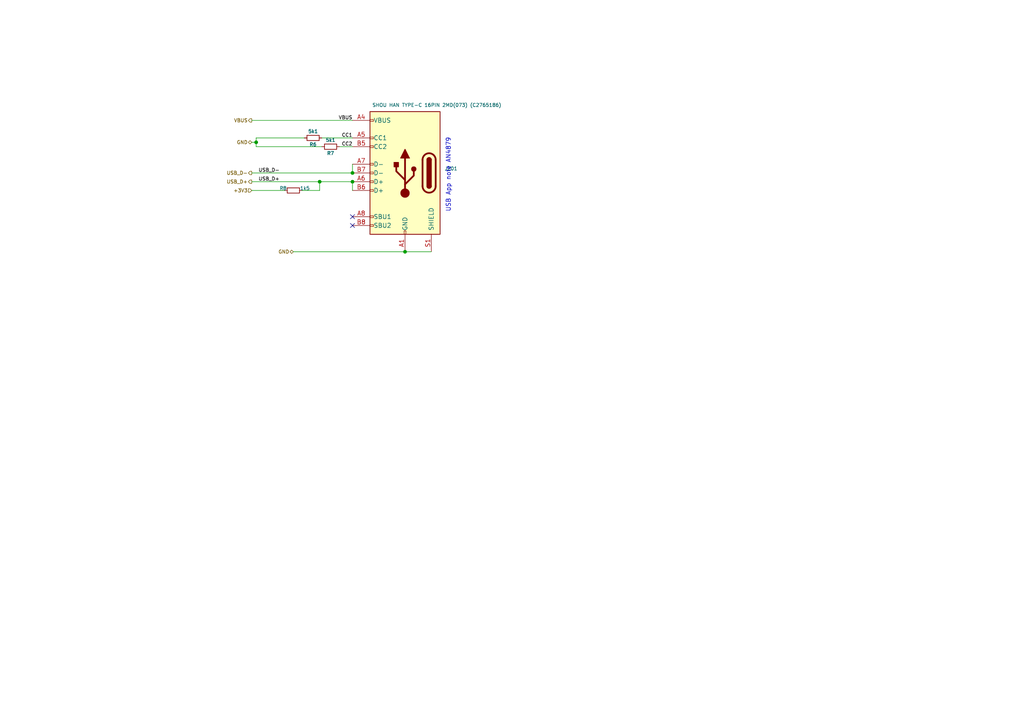
<source format=kicad_sch>
(kicad_sch (version 20230121) (generator eeschema)

  (uuid 1782474f-9247-420a-9fa2-af8d45f14009)

  (paper "A4")

  (title_block
    (title "STM32F4 Uno")
    (date "2023-10-02")
    (rev "1.0.0")
    (company "easy-smart solution GmbH")
  )

  (lib_symbols
    (symbol "#Connector:SHOU HAN TYPE-C 16PIN 2MD(073)" (pin_names (offset 1.016)) (in_bom yes) (on_board yes)
      (property "Reference" "J1" (at -11.43 1.2701 0)
        (effects (font (size 1.27 1.27)) (justify right))
      )
      (property "Value" "SHOU HAN TYPE-C 16PIN 2MD(073)" (at -11.43 -1.2699 0)
        (effects (font (size 1.27 1.27)) (justify right))
      )
      (property "Footprint" "#Connector:SHOU HAN TYPE-C 16PIN 2MD(073)" (at 0.508 -32.512 0)
        (effects (font (size 1.27 1.27)) hide)
      )
      (property "Datasheet" "${KIPRJMOD}/KiCad-Lib/#Connector.doc/SHOU HAN TYPE-C 16PIN 2MD(073).pdf" (at -1.524 -30.226 0)
        (effects (font (size 1.27 1.27)) hide)
      )
      (property "Description" "5A 1 Surface Mount 16P Female -25℃~+85℃ Type-C SMD USB Connectors ROHS" (at 0 -38.1 0)
        (effects (font (size 1.27 1.27)) hide)
      )
      (property "Manufacturer" "SHOU HAN" (at 0 -40.64 0)
        (effects (font (size 1.27 1.27)) hide)
      )
      (property "Partnumber" "TYPE-C 16PIN 2MD(073)" (at 0 -43.18 0)
        (effects (font (size 1.27 1.27)) hide)
      )
      (property "JLCPCB Part #" "C2765186" (at 0 -35.56 0) (show_name)
        (effects (font (size 1.27 1.27)) hide)
      )
      (property "isBasicPart" "NO" (at 0 -45.72 0) (show_name)
        (effects (font (size 1.27 1.27)) hide)
      )
      (property "ki_keywords" "usb universal serial bus type-C USB2.0" (at 0 0 0)
        (effects (font (size 1.27 1.27)) hide)
      )
      (property "ki_description" "USB 2.0-only Type-C Receptacle connector" (at 0 0 0)
        (effects (font (size 1.27 1.27)) hide)
      )
      (property "ki_fp_filters" "USB*C*Receptacle*" (at 0 0 0)
        (effects (font (size 1.27 1.27)) hide)
      )
      (symbol "SHOU HAN TYPE-C 16PIN 2MD(073)_0_0"
        (rectangle (start -0.254 -17.78) (end 0.254 -16.764)
          (stroke (width 0) (type default))
          (fill (type none))
        )
        (rectangle (start 10.16 -14.986) (end 9.144 -15.494)
          (stroke (width 0) (type default))
          (fill (type none))
        )
        (rectangle (start 10.16 -12.446) (end 9.144 -12.954)
          (stroke (width 0) (type default))
          (fill (type none))
        )
        (rectangle (start 10.16 -4.826) (end 9.144 -5.334)
          (stroke (width 0) (type default))
          (fill (type none))
        )
        (rectangle (start 10.16 -2.286) (end 9.144 -2.794)
          (stroke (width 0) (type default))
          (fill (type none))
        )
        (rectangle (start 10.16 0.254) (end 9.144 -0.254)
          (stroke (width 0) (type default))
          (fill (type none))
        )
        (rectangle (start 10.16 2.794) (end 9.144 2.286)
          (stroke (width 0) (type default))
          (fill (type none))
        )
        (rectangle (start 10.16 7.874) (end 9.144 7.366)
          (stroke (width 0) (type default))
          (fill (type none))
        )
        (rectangle (start 10.16 10.414) (end 9.144 9.906)
          (stroke (width 0) (type default))
          (fill (type none))
        )
        (rectangle (start 10.16 15.494) (end 9.144 14.986)
          (stroke (width 0) (type default))
          (fill (type none))
        )
      )
      (symbol "SHOU HAN TYPE-C 16PIN 2MD(073)_0_1"
        (rectangle (start -10.16 17.78) (end 10.16 -17.78)
          (stroke (width 0.254) (type default))
          (fill (type background))
        )
        (arc (start -8.89 -3.81) (mid -6.985 -5.7067) (end -5.08 -3.81)
          (stroke (width 0.508) (type default))
          (fill (type none))
        )
        (arc (start -7.62 -3.81) (mid -6.985 -4.4423) (end -6.35 -3.81)
          (stroke (width 0.254) (type default))
          (fill (type none))
        )
        (arc (start -7.62 -3.81) (mid -6.985 -4.4423) (end -6.35 -3.81)
          (stroke (width 0.254) (type default))
          (fill (type outline))
        )
        (rectangle (start -7.62 -3.81) (end -6.35 3.81)
          (stroke (width 0.254) (type default))
          (fill (type outline))
        )
        (arc (start -6.35 3.81) (mid -6.985 4.4423) (end -7.62 3.81)
          (stroke (width 0.254) (type default))
          (fill (type none))
        )
        (arc (start -6.35 3.81) (mid -6.985 4.4423) (end -7.62 3.81)
          (stroke (width 0.254) (type default))
          (fill (type outline))
        )
        (arc (start -5.08 3.81) (mid -6.985 5.7067) (end -8.89 3.81)
          (stroke (width 0.508) (type default))
          (fill (type none))
        )
        (circle (center -2.54 1.143) (radius 0.635)
          (stroke (width 0.254) (type default))
          (fill (type outline))
        )
        (circle (center 0 -5.842) (radius 1.27)
          (stroke (width 0) (type default))
          (fill (type outline))
        )
        (polyline
          (pts
            (xy -8.89 -3.81)
            (xy -8.89 3.81)
          )
          (stroke (width 0.508) (type default))
          (fill (type none))
        )
        (polyline
          (pts
            (xy -5.08 3.81)
            (xy -5.08 -3.81)
          )
          (stroke (width 0.508) (type default))
          (fill (type none))
        )
        (polyline
          (pts
            (xy 0 -5.842)
            (xy 0 4.318)
          )
          (stroke (width 0.508) (type default))
          (fill (type none))
        )
        (polyline
          (pts
            (xy 0 -3.302)
            (xy -2.54 -0.762)
            (xy -2.54 0.508)
          )
          (stroke (width 0.508) (type default))
          (fill (type none))
        )
        (polyline
          (pts
            (xy 0 -2.032)
            (xy 2.54 0.508)
            (xy 2.54 1.778)
          )
          (stroke (width 0.508) (type default))
          (fill (type none))
        )
        (polyline
          (pts
            (xy -1.27 4.318)
            (xy 0 6.858)
            (xy 1.27 4.318)
            (xy -1.27 4.318)
          )
          (stroke (width 0.254) (type default))
          (fill (type outline))
        )
        (rectangle (start 1.905 1.778) (end 3.175 3.048)
          (stroke (width 0.254) (type default))
          (fill (type outline))
        )
      )
      (symbol "SHOU HAN TYPE-C 16PIN 2MD(073)_1_1"
        (pin passive line (at 0 -22.86 90) (length 5.08)
          (name "GND" (effects (font (size 1.27 1.27))))
          (number "A1" (effects (font (size 1.27 1.27))))
        )
        (pin passive line (at 0 -22.86 90) (length 5.08) hide
          (name "GND" (effects (font (size 1.27 1.27))))
          (number "A12" (effects (font (size 1.27 1.27))))
        )
        (pin passive line (at 15.24 15.24 180) (length 5.08)
          (name "VBUS" (effects (font (size 1.27 1.27))))
          (number "A4" (effects (font (size 1.27 1.27))))
        )
        (pin bidirectional line (at 15.24 10.16 180) (length 5.08)
          (name "CC1" (effects (font (size 1.27 1.27))))
          (number "A5" (effects (font (size 1.27 1.27))))
        )
        (pin bidirectional line (at 15.24 -2.54 180) (length 5.08)
          (name "D+" (effects (font (size 1.27 1.27))))
          (number "A6" (effects (font (size 1.27 1.27))))
        )
        (pin bidirectional line (at 15.24 2.54 180) (length 5.08)
          (name "D-" (effects (font (size 1.27 1.27))))
          (number "A7" (effects (font (size 1.27 1.27))))
        )
        (pin bidirectional line (at 15.24 -12.7 180) (length 5.08)
          (name "SBU1" (effects (font (size 1.27 1.27))))
          (number "A8" (effects (font (size 1.27 1.27))))
        )
        (pin passive line (at 15.24 15.24 180) (length 5.08) hide
          (name "VBUS" (effects (font (size 1.27 1.27))))
          (number "A9" (effects (font (size 1.27 1.27))))
        )
        (pin passive line (at 0 -22.86 90) (length 5.08) hide
          (name "GND" (effects (font (size 1.27 1.27))))
          (number "B1" (effects (font (size 1.27 1.27))))
        )
        (pin passive line (at 0 -22.86 90) (length 5.08) hide
          (name "GND" (effects (font (size 1.27 1.27))))
          (number "B12" (effects (font (size 1.27 1.27))))
        )
        (pin passive line (at 15.24 15.24 180) (length 5.08) hide
          (name "VBUS" (effects (font (size 1.27 1.27))))
          (number "B4" (effects (font (size 1.27 1.27))))
        )
        (pin bidirectional line (at 15.24 7.62 180) (length 5.08)
          (name "CC2" (effects (font (size 1.27 1.27))))
          (number "B5" (effects (font (size 1.27 1.27))))
        )
        (pin bidirectional line (at 15.24 -5.08 180) (length 5.08)
          (name "D+" (effects (font (size 1.27 1.27))))
          (number "B6" (effects (font (size 1.27 1.27))))
        )
        (pin bidirectional line (at 15.24 0 180) (length 5.08)
          (name "D-" (effects (font (size 1.27 1.27))))
          (number "B7" (effects (font (size 1.27 1.27))))
        )
        (pin bidirectional line (at 15.24 -15.24 180) (length 5.08)
          (name "SBU2" (effects (font (size 1.27 1.27))))
          (number "B8" (effects (font (size 1.27 1.27))))
        )
        (pin passive line (at 15.24 15.24 180) (length 5.08) hide
          (name "VBUS" (effects (font (size 1.27 1.27))))
          (number "B9" (effects (font (size 1.27 1.27))))
        )
        (pin passive line (at -7.62 -22.86 90) (length 5.08)
          (name "SHIELD" (effects (font (size 1.27 1.27))))
          (number "S1" (effects (font (size 1.27 1.27))))
        )
      )
    )
    (symbol "Device:R_Small" (pin_numbers hide) (pin_names (offset 0.254) hide) (in_bom yes) (on_board yes)
      (property "Reference" "R" (at 0.762 0.508 0)
        (effects (font (size 1.27 1.27)) (justify left))
      )
      (property "Value" "R_Small" (at 0.762 -1.016 0)
        (effects (font (size 1.27 1.27)) (justify left))
      )
      (property "Footprint" "" (at 0 0 0)
        (effects (font (size 1.27 1.27)) hide)
      )
      (property "Datasheet" "~" (at 0 0 0)
        (effects (font (size 1.27 1.27)) hide)
      )
      (property "ki_keywords" "R resistor" (at 0 0 0)
        (effects (font (size 1.27 1.27)) hide)
      )
      (property "ki_description" "Resistor, small symbol" (at 0 0 0)
        (effects (font (size 1.27 1.27)) hide)
      )
      (property "ki_fp_filters" "R_*" (at 0 0 0)
        (effects (font (size 1.27 1.27)) hide)
      )
      (symbol "R_Small_0_1"
        (rectangle (start -0.762 1.778) (end 0.762 -1.778)
          (stroke (width 0.2032) (type default))
          (fill (type none))
        )
      )
      (symbol "R_Small_1_1"
        (pin passive line (at 0 2.54 270) (length 0.762)
          (name "~" (effects (font (size 1.27 1.27))))
          (number "1" (effects (font (size 1.27 1.27))))
        )
        (pin passive line (at 0 -2.54 90) (length 0.762)
          (name "~" (effects (font (size 1.27 1.27))))
          (number "2" (effects (font (size 1.27 1.27))))
        )
      )
    )
  )

  (junction (at 74.295 41.275) (diameter 0) (color 0 0 0 0)
    (uuid 5b0079c4-8331-46b4-8560-67fbf5fa73a3)
  )
  (junction (at 92.71 52.705) (diameter 0) (color 0 0 0 0)
    (uuid 8338dbf5-b8fb-4712-a9db-22fe380216b4)
  )
  (junction (at 117.475 73.025) (diameter 0) (color 0 0 0 0)
    (uuid cc613bd8-ea4a-447c-ab8a-8defeabeed88)
  )
  (junction (at 102.235 52.705) (diameter 0) (color 0 0 0 0)
    (uuid e3d3455f-0f29-4c40-af4c-957c54ab2695)
  )
  (junction (at 102.235 50.165) (diameter 0) (color 0 0 0 0)
    (uuid e4dd09ac-9536-4ed1-9d0c-333d9352fd2f)
  )

  (no_connect (at 102.235 62.865) (uuid 46cb5019-07e0-45f3-9f19-01966e16c3fc))
  (no_connect (at 102.235 65.405) (uuid cdc1b952-2543-4586-9280-36ddebcab03e))

  (wire (pts (xy 93.345 42.545) (xy 74.295 42.545))
    (stroke (width 0) (type default))
    (uuid 197148b2-fb3d-41fa-8ff3-30e34af1c4f0)
  )
  (wire (pts (xy 73.025 34.925) (xy 102.235 34.925))
    (stroke (width 0) (type default))
    (uuid 27c80a2a-3681-4475-b283-322a7369f400)
  )
  (wire (pts (xy 74.295 40.005) (xy 74.295 41.275))
    (stroke (width 0) (type default))
    (uuid 458966e5-f035-4907-9bbb-e6e02f7c2e3a)
  )
  (wire (pts (xy 73.025 50.165) (xy 102.235 50.165))
    (stroke (width 0) (type default))
    (uuid 4b4a7228-f982-4f52-b350-c865391fa1d0)
  )
  (wire (pts (xy 87.63 55.245) (xy 92.71 55.245))
    (stroke (width 0) (type default))
    (uuid 5122ae67-c165-4107-b0d2-ba33af2da158)
  )
  (wire (pts (xy 92.71 55.245) (xy 92.71 52.705))
    (stroke (width 0) (type default))
    (uuid 5849560c-dfcc-4ff3-992a-8f9391671bfb)
  )
  (wire (pts (xy 117.475 73.025) (xy 125.095 73.025))
    (stroke (width 0) (type default))
    (uuid 62926669-1274-4e68-a216-2b608139af71)
  )
  (wire (pts (xy 73.025 52.705) (xy 92.71 52.705))
    (stroke (width 0) (type default))
    (uuid 6f4cee4f-859e-403e-88a0-45bd9536ddb3)
  )
  (wire (pts (xy 102.235 42.545) (xy 98.425 42.545))
    (stroke (width 0) (type default))
    (uuid 73a56a73-8729-40f6-aefb-8f0e6358d393)
  )
  (wire (pts (xy 73.025 41.275) (xy 74.295 41.275))
    (stroke (width 0) (type default))
    (uuid 80919615-02b5-466f-b2ba-8367be62f5a8)
  )
  (wire (pts (xy 74.295 41.275) (xy 74.295 42.545))
    (stroke (width 0) (type default))
    (uuid 84aa0114-753d-4456-8979-492fb489d055)
  )
  (wire (pts (xy 102.235 47.625) (xy 102.235 50.165))
    (stroke (width 0) (type default))
    (uuid 86778782-7d93-414a-9661-dec0846e66a5)
  )
  (wire (pts (xy 85.09 73.025) (xy 117.475 73.025))
    (stroke (width 0) (type default))
    (uuid 8ae657dd-7ae3-45c4-9380-a4335641edb3)
  )
  (wire (pts (xy 92.71 52.705) (xy 102.235 52.705))
    (stroke (width 0) (type default))
    (uuid 91b8e16b-8236-4923-bcbf-7e7c3d8445c5)
  )
  (wire (pts (xy 82.55 55.245) (xy 73.025 55.245))
    (stroke (width 0) (type default))
    (uuid aa8ab822-ffe8-4cef-ba2b-415cd83f742d)
  )
  (wire (pts (xy 102.235 40.005) (xy 93.345 40.005))
    (stroke (width 0) (type default))
    (uuid b18e9767-0fc3-4b44-bf7d-47a90ef00b02)
  )
  (wire (pts (xy 102.235 52.705) (xy 102.235 55.245))
    (stroke (width 0) (type default))
    (uuid d64975e0-9c17-4984-b90d-9b37a1a90677)
  )
  (wire (pts (xy 88.265 40.005) (xy 74.295 40.005))
    (stroke (width 0) (type default))
    (uuid f314d85b-9dc9-483b-9360-8b7f065f7075)
  )

  (text "USB App note AN4879" (at 130.81 61.595 90)
    (effects (font (size 1.27 1.27)) (justify left bottom))
    (uuid ce61f27d-c74b-469f-a750-7b6a94e2e58b)
  )

  (label "VBUS" (at 102.235 34.925 180) (fields_autoplaced)
    (effects (font (size 1 1)) (justify right bottom))
    (uuid 10f18377-c413-4208-b12f-7fae51b9d2fa)
  )
  (label "USB_D-" (at 74.93 50.165 0) (fields_autoplaced)
    (effects (font (size 1 1)) (justify left bottom))
    (uuid 3392d923-6b40-4e45-8823-5b612e58b9e8)
  )
  (label "USB_D+" (at 74.93 52.705 0) (fields_autoplaced)
    (effects (font (size 1 1)) (justify left bottom))
    (uuid 37af55fc-f594-4a5b-947e-4944f87072fb)
  )
  (label "CC2" (at 102.235 42.545 180) (fields_autoplaced)
    (effects (font (size 1 1)) (justify right bottom))
    (uuid 60856c81-3a0a-437a-90b1-44651b634f52)
  )
  (label "CC1" (at 102.235 40.005 180) (fields_autoplaced)
    (effects (font (size 1 1)) (justify right bottom))
    (uuid fb7f797d-8662-4a9f-a09d-0078ac59d71a)
  )

  (hierarchical_label "USB_D-" (shape output) (at 73.025 50.165 180) (fields_autoplaced)
    (effects (font (size 1 1)) (justify right))
    (uuid 69ee402f-f51d-4629-a4d3-80336ae24fbf)
  )
  (hierarchical_label "GND" (shape bidirectional) (at 73.025 41.275 180) (fields_autoplaced)
    (effects (font (size 1 1)) (justify right))
    (uuid 9b354919-513f-4271-8a46-2317120420a7)
  )
  (hierarchical_label "USB_D+" (shape output) (at 73.025 52.705 180) (fields_autoplaced)
    (effects (font (size 1 1)) (justify right))
    (uuid a8b05a47-f0a3-4be5-99d2-cbf988901088)
  )
  (hierarchical_label "+3V3" (shape input) (at 73.025 55.245 180) (fields_autoplaced)
    (effects (font (size 1 1)) (justify right))
    (uuid ae1f0304-d0d3-47e4-a1b7-07ec23fc6495)
  )
  (hierarchical_label "GND" (shape bidirectional) (at 85.09 73.025 180) (fields_autoplaced)
    (effects (font (size 1 1)) (justify right))
    (uuid b6a2f0fa-a1eb-47b4-9035-6ac5e5763894)
  )
  (hierarchical_label "VBUS" (shape output) (at 73.025 34.925 180) (fields_autoplaced)
    (effects (font (size 1 1)) (justify right))
    (uuid c2eb00ce-a469-42a9-8fe1-056886df463f)
  )

  (symbol (lib_id "#Connector:SHOU HAN TYPE-C 16PIN 2MD(073)") (at 117.475 50.165 0) (mirror y) (unit 1)
    (in_bom yes) (on_board yes) (dnp no)
    (uuid 43ef053a-7698-48ca-b11e-b679353025ed)
    (property "Reference" "J201" (at 128.905 48.895 0)
      (effects (font (size 1 1)) (justify right))
    )
    (property "Value" "SHOU HAN TYPE-C 16PIN 2MD(073) (C2765186)" (at 107.95 30.48 0)
      (effects (font (size 1 1)) (justify right))
    )
    (property "Footprint" "#Connector:SHOU HAN TYPE-C 16PIN 2MD(073)" (at 116.967 82.677 0)
      (effects (font (size 1.27 1.27)) hide)
    )
    (property "Datasheet" "${KIPRJMOD}/KiCad-Lib/#Connector.doc/SHOU HAN TYPE-C 16PIN 2MD(073).pdf" (at 118.999 80.391 0)
      (effects (font (size 1.27 1.27)) hide)
    )
    (property "Description" "5A 1 Surface Mount 16P Female -25℃~+85℃ Type-C SMD USB Connectors ROHS" (at 117.475 88.265 0)
      (effects (font (size 1.27 1.27)) hide)
    )
    (property "Manufacturer" "SHOU HAN" (at 117.475 90.805 0)
      (effects (font (size 1.27 1.27)) hide)
    )
    (property "Partnumber" "TYPE-C 16PIN 2MD(073)" (at 117.475 93.345 0)
      (effects (font (size 1.27 1.27)) hide)
    )
    (property "JLCPCB Part #" "C2765186" (at 117.475 85.725 0) (show_name)
      (effects (font (size 1.27 1.27)) hide)
    )
    (property "isBasicPart" "NO" (at 117.475 95.885 0) (show_name)
      (effects (font (size 1.27 1.27)) hide)
    )
    (pin "A1" (uuid 0fcd4724-d816-4950-bfe0-6447152d5ebd))
    (pin "A12" (uuid 21789b0f-f24d-4499-a000-d82fd9aa0057))
    (pin "A4" (uuid f5648721-4c90-4eeb-adf5-ed0c968766fd))
    (pin "A5" (uuid 379c872c-2493-4777-ae81-9bd2bba06779))
    (pin "A6" (uuid 6cd51813-fb21-40ca-8813-4c994fb7a630))
    (pin "A7" (uuid 0ec813f8-011f-4fbe-b43b-c943e8ec8899))
    (pin "A8" (uuid a69d7926-ad64-4f8e-85fa-65a7891b961e))
    (pin "A9" (uuid 7f21c71c-64f8-4c9d-83ad-896c6ec7c8ac))
    (pin "B1" (uuid dce9e806-7ab9-4f46-b230-688a20d3eed1))
    (pin "B12" (uuid fbeaff3d-db92-453e-bbb5-523771d26144))
    (pin "B4" (uuid fff562ca-f493-425b-9817-9aa071ee1f2d))
    (pin "B5" (uuid 586060b2-914a-45ec-8151-c94d46ab8313))
    (pin "B6" (uuid ea867619-df7e-4b47-ab77-f53f172bd0aa))
    (pin "B7" (uuid 1be2bc42-aa16-4c09-b0b5-dc5391ef5452))
    (pin "B8" (uuid 3f26762f-9ee0-4005-884a-1ed2edacce91))
    (pin "B9" (uuid a5932f98-885f-41f5-996e-c046c3d7bd32))
    (pin "S1" (uuid ee340ff6-1155-4925-8d2e-ce04a46f66d7))
    (instances
      (project "stm32f4_uno"
        (path "/e63e39d7-6ac0-4ffd-8aa3-1841a4541b55/7fb4eaf4-74c6-419d-8578-6cd0a966ea13"
          (reference "J201") (unit 1)
        )
      )
    )
  )

  (symbol (lib_id "Device:R_Small") (at 90.805 40.005 90) (mirror x) (unit 1)
    (in_bom yes) (on_board yes) (dnp no)
    (uuid 9fc20d4f-b502-4ad8-a215-df17fca65188)
    (property "Reference" "R6" (at 90.805 41.91 90)
      (effects (font (size 1 1)))
    )
    (property "Value" "5k1" (at 90.805 38.1 90)
      (effects (font (size 1 1)))
    )
    (property "Footprint" "Resistor_SMD:R_0402_1005Metric" (at 90.805 40.005 0)
      (effects (font (size 1 1)) hide)
    )
    (property "Datasheet" "~" (at 90.805 40.005 0)
      (effects (font (size 1 1)) hide)
    )
    (property "Description" "62.5mW Thick Film Resistors ±100ppm/℃ ±1% 5.1kΩ 0402  Chip Resistor - Surface Mount ROHS" (at 90.805 40.005 0)
      (effects (font (size 1 1)) hide)
    )
    (property "JLCPCB Part #" "C25905" (at 90.805 40.005 0)
      (effects (font (size 1 1)) hide)
    )
    (property "Manufacturer" "UNI-ROYAL(Uniroyal Elec)" (at 90.805 40.005 0)
      (effects (font (size 1 1)) hide)
    )
    (property "Manufacturer_Part_Number" "0402WGF5101TCE" (at 90.805 40.005 0)
      (effects (font (size 1 1)) hide)
    )
    (property "Partnumber" "0402WGF5101TCE" (at 90.805 40.005 0)
      (effects (font (size 1 1)) hide)
    )
    (property "Manufacturer_Name" "UNI-ROYAL(Uniroyal Elec)" (at 90.805 40.005 0)
      (effects (font (size 1 1)) hide)
    )
    (property "isBasicPart" "YES" (at 90.805 40.005 0)
      (effects (font (size 1 1)) hide)
    )
    (pin "1" (uuid ab8b8ace-b7c2-423d-a303-d5b03b4391e1))
    (pin "2" (uuid 8dbb431d-319d-4f0f-a46e-816a7e7b17d9))
    (instances
      (project "stm32f1_nano"
        (path "/0d35483a-0b12-46cc-b9f2-896fd6831779"
          (reference "R6") (unit 1)
        )
      )
      (project "stm32f407vg"
        (path "/2d452db2-a0cd-4a57-9497-df1dd0591a30"
          (reference "R123") (unit 1)
        )
        (path "/2d452db2-a0cd-4a57-9497-df1dd0591a30/cb9cd892-4fab-4f54-9695-d8ba54556bb0"
          (reference "R252") (unit 1)
        )
        (path "/2d452db2-a0cd-4a57-9497-df1dd0591a30/480569e0-5dbc-4314-a9d6-1dbd834f5833"
          (reference "R502") (unit 1)
        )
        (path "/2d452db2-a0cd-4a57-9497-df1dd0591a30/fd40a863-c545-4a17-bb71-da910b174472"
          (reference "R402") (unit 1)
        )
      )
      (project "basicparts"
        (path "/43a31acf-2604-4bbd-9556-e633c3dff6c4"
          (reference "R115") (unit 1)
        )
      )
      (project "stm32f4_uno"
        (path "/e63e39d7-6ac0-4ffd-8aa3-1841a4541b55"
          (reference "R106") (unit 1)
        )
        (path "/e63e39d7-6ac0-4ffd-8aa3-1841a4541b55/7fb4eaf4-74c6-419d-8578-6cd0a966ea13"
          (reference "R201") (unit 1)
        )
      )
    )
  )

  (symbol (lib_id "Device:R_Small") (at 95.885 42.545 90) (mirror x) (unit 1)
    (in_bom yes) (on_board yes) (dnp no)
    (uuid ec226817-9b14-4e6f-b371-7c40e8e7629d)
    (property "Reference" "R7" (at 95.885 44.45 90)
      (effects (font (size 1 1)))
    )
    (property "Value" "5k1" (at 95.885 40.64 90)
      (effects (font (size 1 1)))
    )
    (property "Footprint" "Resistor_SMD:R_0402_1005Metric" (at 95.885 42.545 0)
      (effects (font (size 1 1)) hide)
    )
    (property "Datasheet" "~" (at 95.885 42.545 0)
      (effects (font (size 1 1)) hide)
    )
    (property "Description" "62.5mW Thick Film Resistors ±100ppm/℃ ±1% 5.1kΩ 0402  Chip Resistor - Surface Mount ROHS" (at 95.885 42.545 0)
      (effects (font (size 1 1)) hide)
    )
    (property "JLCPCB Part #" "C25905" (at 95.885 42.545 0)
      (effects (font (size 1 1)) hide)
    )
    (property "Manufacturer" "UNI-ROYAL(Uniroyal Elec)" (at 95.885 42.545 0)
      (effects (font (size 1 1)) hide)
    )
    (property "Manufacturer_Part_Number" "0402WGF5101TCE" (at 95.885 42.545 0)
      (effects (font (size 1 1)) hide)
    )
    (property "Partnumber" "0402WGF5101TCE" (at 95.885 42.545 0)
      (effects (font (size 1 1)) hide)
    )
    (property "Manufacturer_Name" "UNI-ROYAL(Uniroyal Elec)" (at 95.885 42.545 0)
      (effects (font (size 1 1)) hide)
    )
    (property "isBasicPart" "YES" (at 95.885 42.545 0)
      (effects (font (size 1 1)) hide)
    )
    (pin "1" (uuid 46d9ba03-82de-459d-9a38-1350c4f040cd))
    (pin "2" (uuid 94a3fd28-869f-4e53-be24-02fe51e58414))
    (instances
      (project "stm32f1_nano"
        (path "/0d35483a-0b12-46cc-b9f2-896fd6831779"
          (reference "R7") (unit 1)
        )
      )
      (project "stm32f407vg"
        (path "/2d452db2-a0cd-4a57-9497-df1dd0591a30"
          (reference "R123") (unit 1)
        )
        (path "/2d452db2-a0cd-4a57-9497-df1dd0591a30/cb9cd892-4fab-4f54-9695-d8ba54556bb0"
          (reference "R252") (unit 1)
        )
        (path "/2d452db2-a0cd-4a57-9497-df1dd0591a30/480569e0-5dbc-4314-a9d6-1dbd834f5833"
          (reference "R502") (unit 1)
        )
        (path "/2d452db2-a0cd-4a57-9497-df1dd0591a30/fd40a863-c545-4a17-bb71-da910b174472"
          (reference "R401") (unit 1)
        )
      )
      (project "basicparts"
        (path "/43a31acf-2604-4bbd-9556-e633c3dff6c4"
          (reference "R115") (unit 1)
        )
      )
      (project "stm32f4_uno"
        (path "/e63e39d7-6ac0-4ffd-8aa3-1841a4541b55"
          (reference "R107") (unit 1)
        )
        (path "/e63e39d7-6ac0-4ffd-8aa3-1841a4541b55/7fb4eaf4-74c6-419d-8578-6cd0a966ea13"
          (reference "R202") (unit 1)
        )
      )
    )
  )

  (symbol (lib_id "Device:R_Small") (at 85.09 55.245 90) (mirror x) (unit 1)
    (in_bom yes) (on_board yes) (dnp no)
    (uuid f02d6ae5-357d-4d7b-a9ef-bc96e9a7046e)
    (property "Reference" "R8" (at 83.185 54.61 90)
      (effects (font (size 1 1)) (justify left))
    )
    (property "Value" "1k5" (at 86.995 54.61 90)
      (effects (font (size 1 1)) (justify right))
    )
    (property "Footprint" "Resistor_SMD:R_0402_1005Metric" (at 85.09 55.245 0)
      (effects (font (size 1 1)) hide)
    )
    (property "Datasheet" "~" (at 85.09 55.245 0)
      (effects (font (size 1 1)) hide)
    )
    (property "Description" "62.5mW Thick Film Resistors ±100ppm/℃ ±1% 1.5kΩ 0402  Chip Resistor - Surface Mount ROHS" (at 85.09 55.245 0)
      (effects (font (size 1 1)) hide)
    )
    (property "JLCPCB Part #" "C25867" (at 85.09 55.245 0)
      (effects (font (size 1 1)) hide)
    )
    (property "Manufacturer" "UNI-ROYAL(Uniroyal Elec)" (at 85.09 55.245 0)
      (effects (font (size 1 1)) hide)
    )
    (property "Manufacturer_Part_Number" "0402WGF1501TCE" (at 85.09 55.245 0)
      (effects (font (size 1 1)) hide)
    )
    (property "Partnumber" "0402WGF1501TCE" (at 85.09 55.245 0)
      (effects (font (size 1 1)) hide)
    )
    (property "Manufacturer_Name" "UNI-ROYAL(Uniroyal Elec)" (at 85.09 55.245 0)
      (effects (font (size 1 1)) hide)
    )
    (property "isBasicPart" "YES" (at 85.09 55.245 0)
      (effects (font (size 1 1)) hide)
    )
    (pin "1" (uuid 42ea59b3-1f0d-4778-b35f-493b5259482e))
    (pin "2" (uuid 125eccfc-e294-4af8-bd99-55b8a7c1af54))
    (instances
      (project "stm32f1_nano"
        (path "/0d35483a-0b12-46cc-b9f2-896fd6831779"
          (reference "R8") (unit 1)
        )
      )
      (project "stm32f407vg"
        (path "/2d452db2-a0cd-4a57-9497-df1dd0591a30"
          (reference "R123") (unit 1)
        )
        (path "/2d452db2-a0cd-4a57-9497-df1dd0591a30/cb9cd892-4fab-4f54-9695-d8ba54556bb0"
          (reference "R252") (unit 1)
        )
        (path "/2d452db2-a0cd-4a57-9497-df1dd0591a30/480569e0-5dbc-4314-a9d6-1dbd834f5833"
          (reference "R502") (unit 1)
        )
        (path "/2d452db2-a0cd-4a57-9497-df1dd0591a30/fd40a863-c545-4a17-bb71-da910b174472"
          (reference "R403") (unit 1)
        )
      )
      (project "basicparts"
        (path "/43a31acf-2604-4bbd-9556-e633c3dff6c4"
          (reference "R114") (unit 1)
        )
      )
      (project "stm32f4_uno"
        (path "/e63e39d7-6ac0-4ffd-8aa3-1841a4541b55"
          (reference "R108") (unit 1)
        )
        (path "/e63e39d7-6ac0-4ffd-8aa3-1841a4541b55/7fb4eaf4-74c6-419d-8578-6cd0a966ea13"
          (reference "R203") (unit 1)
        )
      )
    )
  )
)

</source>
